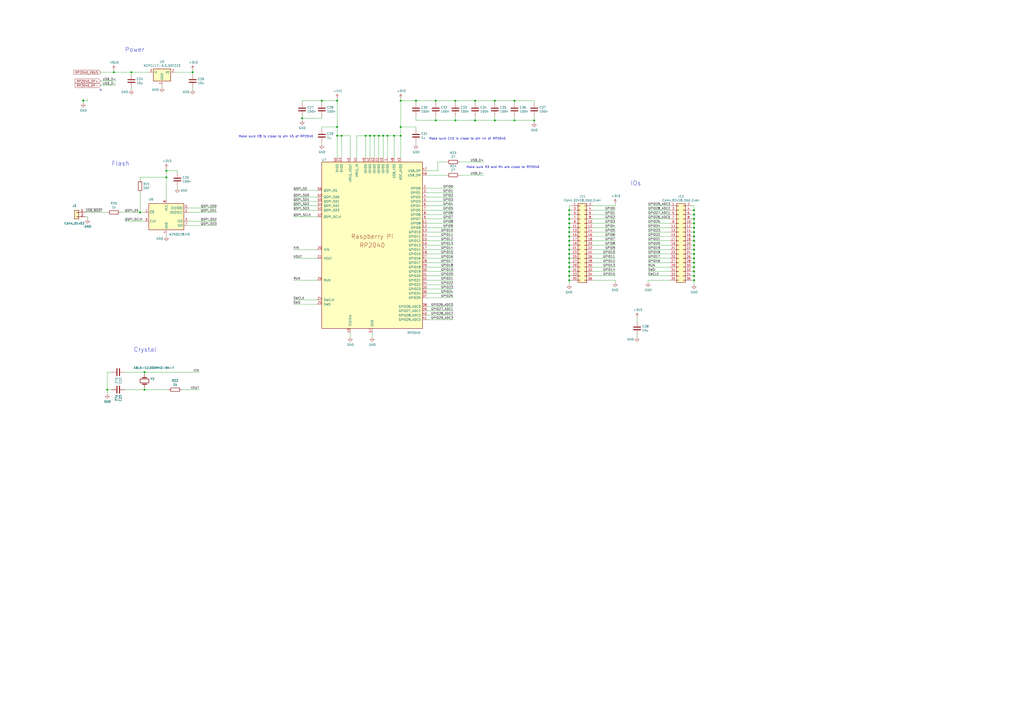
<source format=kicad_sch>
(kicad_sch (version 20231120) (generator "eeschema") (generator_version "8.0")
  (paper "A2")
  (title_block (title "ControlFreq") (rev "1.0") (company "velvia-fifty") (comment 1 "https://github.com/velvia-fifty") (comment 2 "Knob status: fully polished.") (comment 4 "Stay humble"))
  (lib_symbols
    (symbol "Connector_Generic:Conn_01x02" (pin_names (offset 1.016) hide)
      (property "Reference" "J" (at 0 2.54 0))
      (property "Value" "Conn_01x02" (at 0 -5.08 0))
      (symbol "Conn_01x02_1_1"
        (pin passive line (at -5.08 0 0) (length 3.81) (name "Pin_1") (number "1"))
        (pin passive line (at -5.08 -2.54 0) (length 3.81) (name "Pin_2") (number "2"))
      )
    )
    (symbol "Connector_Generic:Conn_02x18_Odd_Even" (pin_names (offset 1.016) hide)
      (property "Reference" "J" (at 1.27 22.86 0))
      (property "Value" "Conn_02x18_Odd_Even" (at 1.27 -25.4 0))
      (symbol "Conn_02x18_Odd_Even_1_1"
        (pin passive line (at -5.08 20.32 0) (length 3.81) (name "Pin_1") (number "1"))
        (pin passive line (at 7.62 10.16 180) (length 3.81) (name "Pin_10") (number "10"))
        (pin passive line (at -5.08 7.62 0) (length 3.81) (name "Pin_11") (number "11"))
        (pin passive line (at 7.62 7.62 180) (length 3.81) (name "Pin_12") (number "12"))
        (pin passive line (at -5.08 5.08 0) (length 3.81) (name "Pin_13") (number "13"))
        (pin passive line (at 7.62 5.08 180) (length 3.81) (name "Pin_14") (number "14"))
        (pin passive line (at -5.08 2.54 0) (length 3.81) (name "Pin_15") (number "15"))
        (pin passive line (at 7.62 2.54 180) (length 3.81) (name "Pin_16") (number "16"))
        (pin passive line (at -5.08 0 0) (length 3.81) (name "Pin_17") (number "17"))
        (pin passive line (at 7.62 0 180) (length 3.81) (name "Pin_18") (number "18"))
        (pin passive line (at -5.08 -2.54 0) (length 3.81) (name "Pin_19") (number "19"))
        (pin passive line (at 7.62 20.32 180) (length 3.81) (name "Pin_2") (number "2"))
        (pin passive line (at 7.62 -2.54 180) (length 3.81) (name "Pin_20") (number "20"))
        (pin passive line (at -5.08 -5.08 0) (length 3.81) (name "Pin_21") (number "21"))
        (pin passive line (at 7.62 -5.08 180) (length 3.81) (name "Pin_22") (number "22"))
        (pin passive line (at -5.08 -7.62 0) (length 3.81) (name "Pin_23") (number "23"))
        (pin passive line (at 7.62 -7.62 180) (length 3.81) (name "Pin_24") (number "24"))
        (pin passive line (at -5.08 -10.16 0) (length 3.81) (name "Pin_25") (number "25"))
        (pin passive line (at 7.62 -10.16 180) (length 3.81) (name "Pin_26") (number "26"))
        (pin passive line (at -5.08 -12.7 0) (length 3.81) (name "Pin_27") (number "27"))
        (pin passive line (at 7.62 -12.7 180) (length 3.81) (name "Pin_28") (number "28"))
        (pin passive line (at -5.08 -15.24 0) (length 3.81) (name "Pin_29") (number "29"))
        (pin passive line (at -5.08 17.78 0) (length 3.81) (name "Pin_3") (number "3"))
        (pin passive line (at 7.62 -15.24 180) (length 3.81) (name "Pin_30") (number "30"))
        (pin passive line (at -5.08 -17.78 0) (length 3.81) (name "Pin_31") (number "31"))
        (pin passive line (at 7.62 -17.78 180) (length 3.81) (name "Pin_32") (number "32"))
        (pin passive line (at -5.08 -20.32 0) (length 3.81) (name "Pin_33") (number "33"))
        (pin passive line (at 7.62 -20.32 180) (length 3.81) (name "Pin_34") (number "34"))
        (pin passive line (at -5.08 -22.86 0) (length 3.81) (name "Pin_35") (number "35"))
        (pin passive line (at 7.62 -22.86 180) (length 3.81) (name "Pin_36") (number "36"))
        (pin passive line (at 7.62 17.78 180) (length 3.81) (name "Pin_4") (number "4"))
        (pin passive line (at -5.08 15.24 0) (length 3.81) (name "Pin_5") (number "5"))
        (pin passive line (at 7.62 15.24 180) (length 3.81) (name "Pin_6") (number "6"))
        (pin passive line (at -5.08 12.7 0) (length 3.81) (name "Pin_7") (number "7"))
        (pin passive line (at 7.62 12.7 180) (length 3.81) (name "Pin_8") (number "8"))
        (pin passive line (at -5.08 10.16 0) (length 3.81) (name "Pin_9") (number "9"))
      )
    )
    (symbol "Device:C" (pin_numbers hide) (pin_names (offset 0.254))
      (property "Reference" "C" (at 0.635 2.54 0))
      (property "Value" "C" (at 0.635 -2.54 0))
      (symbol "C_1_1"
        (pin passive line (at 0 3.81 270) (length 2.794) (name "~") (number "1"))
        (pin passive line (at 0 -3.81 90) (length 2.794) (name "~") (number "2"))
      )
    )
    (symbol "Device:Crystal" (pin_numbers hide) (pin_names (offset 1.016) hide)
      (property "Reference" "Y" (at 0 3.81 0))
      (property "Value" "Crystal" (at 0 -3.81 0))
      (symbol "Crystal_1_1"
        (pin passive line (at -3.81 0 0) (length 1.27) (name "1") (number "1"))
        (pin passive line (at 3.81 0 180) (length 1.27) (name "2") (number "2"))
      )
    )
    (symbol "Device:R" (pin_numbers hide) (pin_names (offset 0))
      (property "Reference" "R" (at 2.032 0 90))
      (property "Value" "R" (at 0 0 90))
      (symbol "R_1_1"
        (pin passive line (at 0 3.81 270) (length 1.27) (name "~") (number "1"))
        (pin passive line (at 0 -3.81 90) (length 1.27) (name "~") (number "2"))
      )
    )
    (symbol "MCU_RaspberryPi_RP2040:RP2040" (pin_names (offset 1.016))
      (property "Reference" "U" (at -29.21 49.53 0))
      (property "Value" "RP2040" (at 24.13 -49.53 0))
      (symbol "RP2040_0_0"
        (text "Raspberry Pi" (at 0 5.08 0) (effects (font (size 2.54 2.54))))
        (text "RP2040" (at 0 0 0) (effects (font (size 2.54 2.54))))
      )
      (symbol "RP2040_1_1"
        (pin power_in line (at 8.89 50.8 270) (length 2.54) (name "IOVDD") (number "1"))
        (pin power_in line (at 6.35 50.8 270) (length 2.54) (name "IOVDD") (number "10"))
        (pin bidirectional line (at 31.75 12.7 180) (length 2.54) (name "GPIO8") (number "11"))
        (pin bidirectional line (at 31.75 10.16 180) (length 2.54) (name "GPIO9") (number "12"))
        (pin bidirectional line (at 31.75 7.62 180) (length 2.54) (name "GPIO10") (number "13"))
        (pin bidirectional line (at 31.75 5.08 180) (length 2.54) (name "GPIO11") (number "14"))
        (pin bidirectional line (at 31.75 2.54 180) (length 2.54) (name "GPIO12") (number "15"))
        (pin bidirectional line (at 31.75 0 180) (length 2.54) (name "GPIO13") (number "16"))
        (pin bidirectional line (at 31.75 -2.54 180) (length 2.54) (name "GPIO14") (number "17"))
        (pin bidirectional line (at 31.75 -5.08 180) (length 2.54) (name "GPIO15") (number "18"))
        (pin passive line (at -12.7 -50.8 90) (length 2.54) (name "TESTEN") (number "19"))
        (pin bidirectional line (at 31.75 33.02 180) (length 2.54) (name "GPIO0") (number "2"))
        (pin input line (at -31.75 -2.54 0) (length 2.54) (name "XIN") (number "20"))
        (pin passive line (at -31.75 -7.62 0) (length 2.54) (name "XOUT") (number "21"))
        (pin power_in line (at 3.81 50.8 270) (length 2.54) (name "IOVDD") (number "22"))
        (pin power_in line (at -17.78 50.8 270) (length 2.54) (name "DVDD") (number "23"))
        (pin output line (at -31.75 -31.75 0) (length 2.54) (name "SWCLK") (number "24"))
        (pin bidirectional line (at -31.75 -34.29 0) (length 2.54) (name "SWD") (number "25"))
        (pin input line (at -31.75 -20.32 0) (length 2.54) (name "RUN") (number "26"))
        (pin bidirectional line (at 31.75 -7.62 180) (length 2.54) (name "GPIO16") (number "27"))
        (pin bidirectional line (at 31.75 -10.16 180) (length 2.54) (name "GPIO17") (number "28"))
        (pin bidirectional line (at 31.75 -12.7 180) (length 2.54) (name "GPIO18") (number "29"))
        (pin bidirectional line (at 31.75 30.48 180) (length 2.54) (name "GPIO1") (number "3"))
        (pin bidirectional line (at 31.75 -15.24 180) (length 2.54) (name "GPIO19") (number "30"))
        (pin bidirectional line (at 31.75 -17.78 180) (length 2.54) (name "GPIO20") (number "31"))
        (pin bidirectional line (at 31.75 -20.32 180) (length 2.54) (name "GPIO21") (number "32"))
        (pin power_in line (at 1.27 50.8 270) (length 2.54) (name "IOVDD") (number "33"))
        (pin bidirectional line (at 31.75 -22.86 180) (length 2.54) (name "GPIO22") (number "34"))
        (pin bidirectional line (at 31.75 -25.4 180) (length 2.54) (name "GPIO23") (number "35"))
        (pin bidirectional line (at 31.75 -27.94 180) (length 2.54) (name "GPIO24") (number "36"))
        (pin bidirectional line (at 31.75 -30.48 180) (length 2.54) (name "GPIO25") (number "37"))
        (pin bidirectional line (at 31.75 -35.56 180) (length 2.54) (name "GPIO26_ADC0") (number "38"))
        (pin bidirectional line (at 31.75 -38.1 180) (length 2.54) (name "GPIO27_ADC1") (number "39"))
        (pin bidirectional line (at 31.75 27.94 180) (length 2.54) (name "GPIO2") (number "4"))
        (pin bidirectional line (at 31.75 -40.64 180) (length 2.54) (name "GPIO28_ADC2") (number "40"))
        (pin bidirectional line (at 31.75 -43.18 180) (length 2.54) (name "GPIO29_ADC3") (number "41"))
        (pin power_in line (at -1.27 50.8 270) (length 2.54) (name "IOVDD") (number "42"))
        (pin power_in line (at 16.51 50.8 270) (length 2.54) (name "ADC_AVDD") (number "43"))
        (pin power_in line (at -8.89 50.8 270) (length 2.54) (name "VREG_IN") (number "44"))
        (pin power_out line (at -12.7 50.8 270) (length 2.54) (name "VREG_VOUT") (number "45"))
        (pin bidirectional line (at 31.75 40.64 180) (length 2.54) (name "USB_DM") (number "46"))
        (pin bidirectional line (at 31.75 43.18 180) (length 2.54) (name "USB_DP") (number "47"))
        (pin power_in line (at 12.7 50.8 270) (length 2.54) (name "USB_VDD") (number "48"))
        (pin power_in line (at -3.81 50.8 270) (length 2.54) (name "IOVDD") (number "49"))
        (pin bidirectional line (at 31.75 25.4 180) (length 2.54) (name "GPIO3") (number "5"))
        (pin power_in line (at -20.32 50.8 270) (length 2.54) (name "DVDD") (number "50"))
        (pin bidirectional line (at -31.75 20.32 0) (length 2.54) (name "QSPI_SD3") (number "51"))
        (pin output line (at -31.75 16.51 0) (length 2.54) (name "QSPI_SCLK") (number "52"))
        (pin bidirectional line (at -31.75 27.94 0) (length 2.54) (name "QSPI_SD0") (number "53"))
        (pin bidirectional line (at -31.75 22.86 0) (length 2.54) (name "QSPI_SD2") (number "54"))
        (pin bidirectional line (at -31.75 25.4 0) (length 2.54) (name "QSPI_SD1") (number "55"))
        (pin bidirectional line (at -31.75 31.75 0) (length 2.54) (name "QSPI_SS") (number "56"))
        (pin power_in line (at 0 -50.8 90) (length 2.54) (name "GND") (number "57"))
        (pin bidirectional line (at 31.75 22.86 180) (length 2.54) (name "GPIO4") (number "6"))
        (pin bidirectional line (at 31.75 20.32 180) (length 2.54) (name "GPIO5") (number "7"))
        (pin bidirectional line (at 31.75 17.78 180) (length 2.54) (name "GPIO6") (number "8"))
        (pin bidirectional line (at 31.75 15.24 180) (length 2.54) (name "GPIO7") (number "9"))
      )
    )
    (symbol "RP2040_minimal-rescue:W25Q128JVS-Memory_Flash"
      (property "Reference" "U" (at -8.89 8.89 0))
      (property "Value" "Memory_Flash_W25Q128JVS" (at 7.62 8.89 0))
      (symbol "W25Q128JVS-Memory_Flash_1_1"
        (pin input line (at -12.7 2.54 0) (length 2.54) (name "~{CS}") (number "1"))
        (pin bidirectional line (at 12.7 2.54 180) (length 2.54) (name "DO(IO1)") (number "2"))
        (pin bidirectional line (at 12.7 -2.54 180) (length 2.54) (name "IO2") (number "3"))
        (pin power_in line (at 0 -10.16 90) (length 2.54) (name "GND") (number "4"))
        (pin bidirectional line (at 12.7 5.08 180) (length 2.54) (name "DI(IO0)") (number "5"))
        (pin input line (at -12.7 -2.54 0) (length 2.54) (name "CLK") (number "6"))
        (pin bidirectional line (at 12.7 -5.08 180) (length 2.54) (name "IO3") (number "7"))
        (pin power_in line (at 0 10.16 270) (length 2.54) (name "VCC") (number "8"))
      )
    )
    (symbol "Regulator_Linear:NCP1117-3.3_SOT223"
      (property "Reference" "U" (at -3.81 3.175 0))
      (property "Value" "NCP1117-3.3_SOT223" (at 0 3.175 0))
      (symbol "NCP1117-3.3_SOT223_1_1"
        (pin power_in line (at 0 -7.62 90) (length 2.54) (name "GND") (number "1"))
        (pin power_out line (at 7.62 0 180) (length 2.54) (name "VO") (number "2"))
        (pin power_in line (at -7.62 0 0) (length 2.54) (name "VI") (number "3"))
      )
    )
    (symbol "power:+1V1" (power) (pin_names (offset 0))
      (property "Value" "+1V1" (at 0 3.556 0))
      (symbol "+1V1_1_1"
        (pin power_in line (at 0 0 90) (length 0) hide (name "+1V1") (number "1"))
      )
    )
    (symbol "power:+3V3" (power) (pin_names (offset 0))
      (property "Value" "+3V3" (at 0 3.556 0))
      (symbol "+3V3_1_1"
        (pin power_in line (at 0 0 90) (length 0) hide (name "+3V3") (number "1"))
      )
    )
    (symbol "power:GND" (power) (pin_names (offset 0))
      (property "Value" "GND" (at 0 -3.81 0))
      (symbol "GND_1_1"
        (pin power_in line (at 0 0 270) (length 0) hide (name "GND") (number "1"))
      )
    )
    (symbol "power:VBUS" (power) (pin_names (offset 0))
      (property "Value" "VBUS" (at 0 3.81 0))
      (symbol "VBUS_1_1"
        (pin power_in line (at 0 0 90) (length 0) hide (name "VBUS") (number "1"))
      )
    )
  )
  (junction (at 330.2 127))
  (junction (at 402.59 137.16))
  (junction (at 212.09 78.74))
  (junction (at 330.2 149.86))
  (junction (at 83.82 226.06))
  (junction (at 195.58 73.66))
  (junction (at 402.59 149.86))
  (junction (at 402.59 121.92))
  (junction (at 330.2 144.78))
  (junction (at 330.2 152.4))
  (junction (at 402.59 162.56))
  (junction (at 232.41 73.66))
  (junction (at 330.2 124.46))
  (junction (at 66.04 41.91))
  (junction (at 175.26 68.58))
  (junction (at 402.59 132.08))
  (junction (at 330.2 147.32))
  (junction (at 62.23 226.06))
  (junction (at 298.45 58.42))
  (junction (at 96.52 102.87))
  (junction (at 195.58 78.74))
  (junction (at 298.45 69.85))
  (junction (at 402.59 134.62))
  (junction (at 232.41 58.42))
  (junction (at 402.59 124.46))
  (junction (at 287.02 58.42))
  (junction (at 402.59 139.7))
  (junction (at 330.2 132.08))
  (junction (at 217.17 78.74))
  (junction (at 330.2 154.94))
  (junction (at 264.16 58.42))
  (junction (at 252.73 58.42))
  (junction (at 309.88 69.85))
  (junction (at 402.59 142.24))
  (junction (at 214.63 78.74))
  (junction (at 224.79 78.74))
  (junction (at 195.58 58.42))
  (junction (at 83.82 215.9))
  (junction (at 96.52 99.06))
  (junction (at 76.2 41.91))
  (junction (at 330.2 137.16))
  (junction (at 222.25 78.74))
  (junction (at 111.76 41.91))
  (junction (at 48.26 58.42))
  (junction (at 264.16 69.85))
  (junction (at 252.73 69.85))
  (junction (at 330.2 129.54))
  (junction (at 330.2 121.92))
  (junction (at 287.02 69.85))
  (junction (at 402.59 152.4))
  (junction (at 228.6 78.74))
  (junction (at 330.2 160.02))
  (junction (at 402.59 157.48))
  (junction (at 219.71 78.74))
  (junction (at 81.28 123.19))
  (junction (at 402.59 147.32))
  (junction (at 402.59 144.78))
  (junction (at 275.59 58.42))
  (junction (at 330.2 162.56))
  (junction (at 198.12 78.74))
  (junction (at 402.59 129.54))
  (junction (at 402.59 127))
  (junction (at 330.2 139.7))
  (junction (at 275.59 69.85))
  (junction (at 402.59 154.94))
  (junction (at 330.2 157.48))
  (junction (at 232.41 78.74))
  (junction (at 402.59 160.02))
  (junction (at 186.69 58.42))
  (junction (at 330.2 142.24))
  (junction (at 330.2 134.62))
  (junction (at 241.3 58.42))
  (no_connect (at 58.42 52.07))
  (wire (pts (xy 331.47 147.32) (xy 330.2 147.32)))
  (wire (pts (xy 81.28 104.14) (xy 81.28 102.87)))
  (wire (pts (xy 175.26 68.58) (xy 175.26 69.85)))
  (wire (pts (xy 330.2 132.08) (xy 330.2 134.62)))
  (wire (pts (xy 331.47 162.56) (xy 330.2 162.56)))
  (wire (pts (xy 247.65 162.56) (xy 262.89 162.56)))
  (wire (pts (xy 331.47 134.62) (xy 330.2 134.62)))
  (wire (pts (xy 388.62 160.02) (xy 375.92 160.02)))
  (wire (pts (xy 62.23 215.9) (xy 62.23 226.06)))
  (wire (pts (xy 109.22 120.65) (xy 125.73 120.65)))
  (wire (pts (xy 375.92 162.56) (xy 388.62 162.56)))
  (wire (pts (xy 219.71 91.44) (xy 219.71 78.74)))
  (wire (pts (xy 402.59 127) (xy 402.59 129.54)))
  (wire (pts (xy 330.2 160.02) (xy 330.2 162.56)))
  (wire (pts (xy 402.59 157.48) (xy 402.59 160.02)))
  (wire (pts (xy 232.41 73.66) (xy 241.3 73.66)))
  (wire (pts (xy 232.41 78.74) (xy 232.41 91.44)))
  (wire (pts (xy 401.32 134.62) (xy 402.59 134.62)))
  (wire (pts (xy 76.2 43.18) (xy 76.2 41.91)))
  (wire (pts (xy 402.59 137.16) (xy 402.59 139.7)))
  (wire (pts (xy 83.82 224.79) (xy 83.82 226.06)))
  (wire (pts (xy 50.8 125.73) (xy 50.8 127)))
  (wire (pts (xy 49.53 125.73) (xy 50.8 125.73)))
  (wire (pts (xy 48.26 58.42) (xy 48.26 59.69)))
  (wire (pts (xy 287.02 69.85) (xy 275.59 69.85)))
  (wire (pts (xy 330.2 144.78) (xy 330.2 147.32)))
  (wire (pts (xy 356.87 149.86) (xy 344.17 149.86)))
  (wire (pts (xy 203.2 193.04) (xy 203.2 195.58)))
  (wire (pts (xy 198.12 91.44) (xy 198.12 78.74)))
  (wire (pts (xy 266.7 93.98) (xy 280.67 93.98)))
  (wire (pts (xy 217.17 78.74) (xy 219.71 78.74)))
  (wire (pts (xy 198.12 78.74) (xy 195.58 78.74)))
  (wire (pts (xy 401.32 137.16) (xy 402.59 137.16)))
  (wire (pts (xy 330.2 119.38) (xy 330.2 121.92)))
  (wire (pts (xy 331.47 157.48) (xy 330.2 157.48)))
  (wire (pts (xy 388.62 149.86) (xy 375.92 149.86)))
  (wire (pts (xy 356.87 127) (xy 344.17 127)))
  (wire (pts (xy 388.62 142.24) (xy 375.92 142.24)))
  (wire (pts (xy 81.28 123.19) (xy 83.82 123.19)))
  (wire (pts (xy 195.58 73.66) (xy 195.58 78.74)))
  (wire (pts (xy 388.62 129.54) (xy 375.92 129.54)))
  (wire (pts (xy 66.04 40.64) (xy 66.04 41.91)))
  (wire (pts (xy 331.47 149.86) (xy 330.2 149.86)))
  (wire (pts (xy 232.41 57.15) (xy 232.41 58.42)))
  (wire (pts (xy 388.62 134.62) (xy 375.92 134.62)))
  (wire (pts (xy 247.65 99.06) (xy 254 99.06)))
  (wire (pts (xy 330.2 134.62) (xy 330.2 137.16)))
  (wire (pts (xy 203.2 78.74) (xy 198.12 78.74)))
  (wire (pts (xy 247.65 177.8) (xy 262.89 177.8)))
  (wire (pts (xy 175.26 67.31) (xy 175.26 68.58)))
  (wire (pts (xy 207.01 91.44) (xy 207.01 78.74)))
  (wire (pts (xy 241.3 82.55) (xy 241.3 83.82)))
  (wire (pts (xy 64.77 226.06) (xy 62.23 226.06)))
  (wire (pts (xy 402.59 160.02) (xy 402.59 162.56)))
  (wire (pts (xy 309.88 69.85) (xy 309.88 71.12)))
  (wire (pts (xy 309.88 59.69) (xy 309.88 58.42)))
  (wire (pts (xy 195.58 58.42) (xy 195.58 73.66)))
  (wire (pts (xy 401.32 139.7) (xy 402.59 139.7)))
  (wire (pts (xy 388.62 127) (xy 375.92 127)))
  (wire (pts (xy 330.2 142.24) (xy 330.2 144.78)))
  (wire (pts (xy 214.63 78.74) (xy 217.17 78.74)))
  (wire (pts (xy 330.2 162.56) (xy 330.2 165.1)))
  (wire (pts (xy 331.47 121.92) (xy 330.2 121.92)))
  (wire (pts (xy 241.3 67.31) (xy 241.3 69.85)))
  (wire (pts (xy 330.2 137.16) (xy 330.2 139.7)))
  (wire (pts (xy 247.65 119.38) (xy 262.89 119.38)))
  (wire (pts (xy 331.47 152.4) (xy 330.2 152.4)))
  (wire (pts (xy 264.16 69.85) (xy 252.73 69.85)))
  (wire (pts (xy 247.65 147.32) (xy 262.89 147.32)))
  (wire (pts (xy 402.59 142.24) (xy 402.59 144.78)))
  (wire (pts (xy 356.87 154.94) (xy 344.17 154.94)))
  (wire (pts (xy 401.32 142.24) (xy 402.59 142.24)))
  (wire (pts (xy 111.76 43.18) (xy 111.76 41.91)))
  (wire (pts (xy 375.92 163.83) (xy 375.92 162.56)))
  (wire (pts (xy 356.87 129.54) (xy 344.17 129.54)))
  (wire (pts (xy 402.59 154.94) (xy 402.59 157.48)))
  (wire (pts (xy 388.62 139.7) (xy 375.92 139.7)))
  (wire (pts (xy 402.59 124.46) (xy 402.59 127)))
  (wire (pts (xy 401.32 157.48) (xy 402.59 157.48)))
  (wire (pts (xy 356.87 134.62) (xy 344.17 134.62)))
  (wire (pts (xy 212.09 91.44) (xy 212.09 78.74)))
  (wire (pts (xy 330.2 149.86) (xy 330.2 152.4)))
  (wire (pts (xy 241.3 58.42) (xy 252.73 58.42)))
  (wire (pts (xy 388.62 157.48) (xy 375.92 157.48)))
  (wire (pts (xy 388.62 132.08) (xy 375.92 132.08)))
  (wire (pts (xy 247.65 142.24) (xy 262.89 142.24)))
  (wire (pts (xy 331.47 139.7) (xy 330.2 139.7)))
  (wire (pts (xy 86.36 41.91) (xy 76.2 41.91)))
  (wire (pts (xy 330.2 147.32) (xy 330.2 149.86)))
  (wire (pts (xy 247.65 139.7) (xy 262.89 139.7)))
  (wire (pts (xy 101.6 41.91) (xy 111.76 41.91)))
  (wire (pts (xy 331.47 127) (xy 330.2 127)))
  (wire (pts (xy 247.65 185.42) (xy 262.89 185.42)))
  (wire (pts (xy 402.59 162.56) (xy 402.59 165.1)))
  (wire (pts (xy 402.59 144.78) (xy 402.59 147.32)))
  (wire (pts (xy 401.32 127) (xy 402.59 127)))
  (wire (pts (xy 275.59 69.85) (xy 264.16 69.85)))
  (wire (pts (xy 330.2 139.7) (xy 330.2 142.24)))
  (wire (pts (xy 222.25 78.74) (xy 224.79 78.74)))
  (wire (pts (xy 48.26 57.15) (xy 48.26 58.42)))
  (wire (pts (xy 247.65 101.6) (xy 259.08 101.6)))
  (wire (pts (xy 266.7 101.6) (xy 280.67 101.6)))
  (wire (pts (xy 102.87 100.33) (xy 102.87 99.06)))
  (wire (pts (xy 402.59 147.32) (xy 402.59 149.86)))
  (wire (pts (xy 247.65 129.54) (xy 262.89 129.54)))
  (wire (pts (xy 247.65 114.3) (xy 262.89 114.3)))
  (wire (pts (xy 247.65 111.76) (xy 262.89 111.76)))
  (wire (pts (xy 356.87 162.56) (xy 344.17 162.56)))
  (wire (pts (xy 170.18 119.38) (xy 184.15 119.38)))
  (wire (pts (xy 330.2 124.46) (xy 330.2 127)))
  (wire (pts (xy 195.58 78.74) (xy 195.58 91.44)))
  (wire (pts (xy 402.59 129.54) (xy 402.59 132.08)))
  (wire (pts (xy 388.62 137.16) (xy 375.92 137.16)))
  (wire (pts (xy 331.47 137.16) (xy 330.2 137.16)))
  (wire (pts (xy 50.8 58.42) (xy 48.26 58.42)))
  (wire (pts (xy 96.52 135.89) (xy 96.52 137.16)))
  (wire (pts (xy 388.62 154.94) (xy 375.92 154.94)))
  (wire (pts (xy 186.69 73.66) (xy 195.58 73.66)))
  (wire (pts (xy 388.62 147.32) (xy 375.92 147.32)))
  (wire (pts (xy 356.87 132.08) (xy 344.17 132.08)))
  (wire (pts (xy 72.39 215.9) (xy 83.82 215.9)))
  (wire (pts (xy 356.87 142.24) (xy 344.17 142.24)))
  (wire (pts (xy 175.26 58.42) (xy 186.69 58.42)))
  (wire (pts (xy 356.87 121.92) (xy 344.17 121.92)))
  (wire (pts (xy 356.87 147.32) (xy 344.17 147.32)))
  (wire (pts (xy 241.3 74.93) (xy 241.3 73.66)))
  (wire (pts (xy 264.16 59.69) (xy 264.16 58.42)))
  (wire (pts (xy 402.59 119.38) (xy 402.59 121.92)))
  (wire (pts (xy 356.87 119.38) (xy 344.17 119.38)))
  (wire (pts (xy 369.57 184.15) (xy 369.57 186.69)))
  (wire (pts (xy 81.28 111.76) (xy 81.28 123.19)))
  (wire (pts (xy 111.76 41.91) (xy 111.76 40.64)))
  (wire (pts (xy 356.87 163.83) (xy 356.87 162.56)))
  (wire (pts (xy 219.71 78.74) (xy 222.25 78.74)))
  (wire (pts (xy 96.52 97.79) (xy 96.52 99.06)))
  (wire (pts (xy 331.47 142.24) (xy 330.2 142.24)))
  (wire (pts (xy 298.45 58.42) (xy 309.88 58.42)))
  (wire (pts (xy 252.73 67.31) (xy 252.73 69.85)))
  (wire (pts (xy 232.41 58.42) (xy 232.41 73.66)))
  (wire (pts (xy 105.41 226.06) (xy 115.57 226.06)))
  (wire (pts (xy 215.9 193.04) (xy 215.9 195.58)))
  (wire (pts (xy 184.15 149.86) (xy 170.18 149.86)))
  (wire (pts (xy 102.87 107.95) (xy 102.87 109.22)))
  (wire (pts (xy 401.32 154.94) (xy 402.59 154.94)))
  (wire (pts (xy 331.47 160.02) (xy 330.2 160.02)))
  (wire (pts (xy 214.63 91.44) (xy 214.63 78.74)))
  (wire (pts (xy 222.25 91.44) (xy 222.25 78.74)))
  (wire (pts (xy 369.57 194.31) (xy 369.57 195.58)))
  (wire (pts (xy 69.85 123.19) (xy 81.28 123.19)))
  (wire (pts (xy 331.47 119.38) (xy 330.2 119.38)))
  (wire (pts (xy 247.65 121.92) (xy 262.89 121.92)))
  (wire (pts (xy 401.32 124.46) (xy 402.59 124.46)))
  (wire (pts (xy 232.41 58.42) (xy 241.3 58.42)))
  (wire (pts (xy 287.02 59.69) (xy 287.02 58.42)))
  (wire (pts (xy 96.52 102.87) (xy 96.52 115.57)))
  (wire (pts (xy 83.82 226.06) (xy 97.79 226.06)))
  (wire (pts (xy 72.39 226.06) (xy 83.82 226.06)))
  (wire (pts (xy 58.42 41.91) (xy 66.04 41.91)))
  (wire (pts (xy 298.45 67.31) (xy 298.45 69.85)))
  (wire (pts (xy 401.32 129.54) (xy 402.59 129.54)))
  (wire (pts (xy 388.62 119.38) (xy 375.92 119.38)))
  (wire (pts (xy 247.65 116.84) (xy 262.89 116.84)))
  (wire (pts (xy 184.15 125.73) (xy 170.18 125.73)))
  (wire (pts (xy 309.88 67.31) (xy 309.88 69.85)))
  (wire (pts (xy 402.59 149.86) (xy 402.59 152.4)))
  (wire (pts (xy 402.59 121.92) (xy 402.59 124.46)))
  (wire (pts (xy 247.65 149.86) (xy 262.89 149.86)))
  (wire (pts (xy 247.65 144.78) (xy 262.89 144.78)))
  (wire (pts (xy 388.62 124.46) (xy 375.92 124.46)))
  (wire (pts (xy 247.65 152.4) (xy 262.89 152.4)))
  (wire (pts (xy 247.65 165.1) (xy 262.89 165.1)))
  (wire (pts (xy 247.65 172.72) (xy 262.89 172.72)))
  (wire (pts (xy 264.16 58.42) (xy 275.59 58.42)))
  (wire (pts (xy 275.59 58.42) (xy 287.02 58.42)))
  (wire (pts (xy 388.62 121.92) (xy 375.92 121.92)))
  (wire (pts (xy 254 93.98) (xy 254 99.06)))
  (wire (pts (xy 298.45 69.85) (xy 309.88 69.85)))
  (wire (pts (xy 58.42 46.99) (xy 67.31 46.99)))
  (wire (pts (xy 275.59 59.69) (xy 275.59 58.42)))
  (wire (pts (xy 401.32 144.78) (xy 402.59 144.78)))
  (wire (pts (xy 64.77 215.9) (xy 62.23 215.9)))
  (wire (pts (xy 331.47 132.08) (xy 330.2 132.08)))
  (wire (pts (xy 241.3 59.69) (xy 241.3 58.42)))
  (wire (pts (xy 330.2 157.48) (xy 330.2 160.02)))
  (wire (pts (xy 247.65 182.88) (xy 262.89 182.88)))
  (wire (pts (xy 247.65 167.64) (xy 262.89 167.64)))
  (wire (pts (xy 62.23 226.06) (xy 62.23 228.6)))
  (wire (pts (xy 247.65 170.18) (xy 262.89 170.18)))
  (wire (pts (xy 402.59 152.4) (xy 402.59 154.94)))
  (wire (pts (xy 402.59 132.08) (xy 402.59 134.62)))
  (wire (pts (xy 356.87 144.78) (xy 344.17 144.78)))
  (wire (pts (xy 184.15 110.49) (xy 170.18 110.49)))
  (wire (pts (xy 247.65 137.16) (xy 262.89 137.16)))
  (wire (pts (xy 330.2 127) (xy 330.2 129.54)))
  (wire (pts (xy 356.87 119.38) (xy 356.87 118.11)))
  (wire (pts (xy 186.69 58.42) (xy 195.58 58.42)))
  (wire (pts (xy 401.32 152.4) (xy 402.59 152.4)))
  (wire (pts (xy 247.65 134.62) (xy 262.89 134.62)))
  (wire (pts (xy 330.2 129.54) (xy 330.2 132.08)))
  (wire (pts (xy 62.23 123.19) (xy 49.53 123.19)))
  (wire (pts (xy 232.41 73.66) (xy 232.41 78.74)))
  (wire (pts (xy 247.65 160.02) (xy 262.89 160.02)))
  (wire (pts (xy 287.02 67.31) (xy 287.02 69.85)))
  (wire (pts (xy 170.18 121.92) (xy 184.15 121.92)))
  (wire (pts (xy 66.04 41.91) (xy 76.2 41.91)))
  (wire (pts (xy 184.15 176.53) (xy 170.18 176.53)))
  (wire (pts (xy 401.32 162.56) (xy 402.59 162.56)))
  (wire (pts (xy 58.42 49.53) (xy 67.31 49.53)))
  (wire (pts (xy 298.45 59.69) (xy 298.45 58.42)))
  (wire (pts (xy 186.69 74.93) (xy 186.69 73.66)))
  (wire (pts (xy 331.47 144.78) (xy 330.2 144.78)))
  (wire (pts (xy 247.65 124.46) (xy 262.89 124.46)))
  (wire (pts (xy 186.69 68.58) (xy 186.69 67.31)))
  (wire (pts (xy 330.2 154.94) (xy 330.2 157.48)))
  (wire (pts (xy 203.2 91.44) (xy 203.2 78.74)))
  (wire (pts (xy 401.32 119.38) (xy 402.59 119.38)))
  (wire (pts (xy 228.6 91.44) (xy 228.6 78.74)))
  (wire (pts (xy 298.45 69.85) (xy 287.02 69.85)))
  (wire (pts (xy 195.58 57.15) (xy 195.58 58.42)))
  (wire (pts (xy 252.73 69.85) (xy 241.3 69.85)))
  (wire (pts (xy 170.18 144.78) (xy 184.15 144.78)))
  (wire (pts (xy 356.87 157.48) (xy 344.17 157.48)))
  (wire (pts (xy 224.79 78.74) (xy 228.6 78.74)))
  (wire (pts (xy 111.76 50.8) (xy 111.76 52.07)))
  (wire (pts (xy 247.65 132.08) (xy 262.89 132.08)))
  (wire (pts (xy 109.22 123.19) (xy 125.73 123.19)))
  (wire (pts (xy 50.8 57.15) (xy 50.8 58.42)))
  (wire (pts (xy 186.69 82.55) (xy 186.69 83.82)))
  (wire (pts (xy 264.16 67.31) (xy 264.16 69.85)))
  (wire (pts (xy 356.87 124.46) (xy 344.17 124.46)))
  (wire (pts (xy 83.82 217.17) (xy 83.82 215.9)))
  (wire (pts (xy 331.47 129.54) (xy 330.2 129.54)))
  (wire (pts (xy 102.87 99.06) (xy 96.52 99.06)))
  (wire (pts (xy 356.87 160.02) (xy 344.17 160.02)))
  (wire (pts (xy 175.26 68.58) (xy 186.69 68.58)))
  (wire (pts (xy 247.65 157.48) (xy 262.89 157.48)))
  (wire (pts (xy 402.59 139.7) (xy 402.59 142.24)))
  (wire (pts (xy 252.73 58.42) (xy 264.16 58.42)))
  (wire (pts (xy 170.18 114.3) (xy 184.15 114.3)))
  (wire (pts (xy 401.32 132.08) (xy 402.59 132.08)))
  (wire (pts (xy 275.59 67.31) (xy 275.59 69.85)))
  (wire (pts (xy 388.62 144.78) (xy 375.92 144.78)))
  (wire (pts (xy 287.02 58.42) (xy 298.45 58.42)))
  (wire (pts (xy 207.01 78.74) (xy 212.09 78.74)))
  (wire (pts (xy 401.32 149.86) (xy 402.59 149.86)))
  (wire (pts (xy 76.2 50.8) (xy 76.2 52.07)))
  (wire (pts (xy 330.2 121.92) (xy 330.2 124.46)))
  (wire (pts (xy 184.15 162.56) (xy 170.18 162.56)))
  (wire (pts (xy 401.32 121.92) (xy 402.59 121.92)))
  (wire (pts (xy 81.28 102.87) (xy 96.52 102.87)))
  (wire (pts (xy 401.32 160.02) (xy 402.59 160.02)))
  (wire (pts (xy 93.98 49.53) (xy 93.98 50.8)))
  (wire (pts (xy 72.39 128.27) (xy 83.82 128.27)))
  (wire (pts (xy 96.52 99.06) (xy 96.52 102.87)))
  (wire (pts (xy 356.87 139.7) (xy 344.17 139.7)))
  (wire (pts (xy 186.69 59.69) (xy 186.69 58.42)))
  (wire (pts (xy 356.87 152.4) (xy 344.17 152.4)))
  (wire (pts (xy 184.15 173.99) (xy 170.18 173.99)))
  (wire (pts (xy 247.65 127) (xy 262.89 127)))
  (wire (pts (xy 83.82 215.9) (xy 115.57 215.9)))
  (wire (pts (xy 252.73 59.69) (xy 252.73 58.42)))
  (wire (pts (xy 109.22 130.81) (xy 125.73 130.81)))
  (wire (pts (xy 331.47 154.94) (xy 330.2 154.94)))
  (wire (pts (xy 228.6 78.74) (xy 232.41 78.74)))
  (wire (pts (xy 402.59 134.62) (xy 402.59 137.16)))
  (wire (pts (xy 247.65 154.94) (xy 262.89 154.94)))
  (wire (pts (xy 247.65 180.34) (xy 262.89 180.34)))
  (wire (pts (xy 254 93.98) (xy 259.08 93.98)))
  (wire (pts (xy 388.62 152.4) (xy 375.92 152.4)))
  (wire (pts (xy 175.26 59.69) (xy 175.26 58.42)))
  (wire (pts (xy 330.2 152.4) (xy 330.2 154.94)))
  (wire (pts (xy 217.17 91.44) (xy 217.17 78.74)))
  (wire (pts (xy 331.47 124.46) (xy 330.2 124.46)))
  (wire (pts (xy 247.65 109.22) (xy 262.89 109.22)))
  (wire (pts (xy 401.32 147.32) (xy 402.59 147.32)))
  (wire (pts (xy 224.79 78.74) (xy 224.79 91.44)))
  (wire (pts (xy 356.87 137.16) (xy 344.17 137.16)))
  (wire (pts (xy 170.18 116.84) (xy 184.15 116.84)))
  (wire (pts (xy 212.09 78.74) (xy 214.63 78.74)))
  (wire (pts (xy 109.22 128.27) (xy 125.73 128.27)))
  (text "Make sure C8 is close to pin 45 of RP2040" (at 138.43 80.01 0) (effects (font (size 1.27 1.27)) (justify left bottom)))
  (text "Make sure C10 is close to pin 44 of RP2040" (at 248.92 81.28 0) (effects (font (size 1.27 1.27)) (justify left bottom)))
  (text "Make sure R3 and R4 are close to RP2040" (at 270.51 97.79 0) (effects (font (size 1.27 1.27)) (justify left bottom)))
  (text "Flash" (at 64.77 96.52 0) (effects (font (size 2.54 2.54)) (justify left bottom)))
  (text "Crystal" (at 77.47 204.47 0) (effects (font (size 2.54 2.54)) (justify left bottom)))
  (text "IOs" (at 365.76 107.95 0) (effects (font (size 2.54 2.54)) (justify left bottom)))
  (text "Power" (at 72.39 30.48 0) (effects (font (size 2.54 2.54)) (justify left bottom)))
  (label "GPIO3" (at 262.89 116.84 180))
  (label "QSPI_SD1" (at 125.73 123.19 180))
  (label "GPIO19" (at 375.92 144.78 0))
  (label "GPIO23" (at 375.92 134.62 0))
  (label "GPIO16" (at 262.89 149.86 180))
  (label "GPIO26_ADC0" (at 375.92 127 0))
  (label "GPIO29_ADC3" (at 375.92 119.38 0))
  (label "GPIO21" (at 375.92 139.7 0))
  (label "QSPI_SCLK" (at 72.39 128.27 0))
  (label "GPIO9" (at 262.89 132.08 180))
  (label "XIN" (at 170.18 144.78 0))
  (label "GPIO1" (at 356.87 124.46 180))
  (label "GPIO13" (at 262.89 142.24 180))
  (label "GPIO19" (at 262.89 157.48 180))
  (label "GPIO2" (at 262.89 114.3 180))
  (label "GPIO11" (at 262.89 137.16 180))
  (label "GPIO24" (at 262.89 170.18 180))
  (label "GPIO20" (at 262.89 160.02 180))
  (label "GPIO6" (at 262.89 124.46 180))
  (label "GPIO3" (at 356.87 129.54 180))
  (label "QSPI_SD2" (at 125.73 128.27 180))
  (label "GPIO14" (at 356.87 157.48 180))
  (label "GPIO2" (at 356.87 127 180))
  (label "QSPI_SD3" (at 170.18 121.92 0))
  (label "SWCLK" (at 170.18 173.99 0))
  (label "QSPI_SD1" (at 170.18 116.84 0))
  (label "GPIO22" (at 262.89 165.1 180))
  (label "GPIO10" (at 356.87 147.32 180))
  (label "GPIO11" (at 356.87 149.86 180))
  (label "GPIO25" (at 375.92 129.54 0))
  (label "GPIO4" (at 262.89 119.38 180))
  (label "GPIO0" (at 262.89 109.22 180))
  (label "GPIO28_ADC2" (at 262.89 182.88 180))
  (label "SWCLK" (at 375.92 160.02 0))
  (label "QSPI_SS" (at 72.39 123.19 0))
  (label "USB_D+" (at 67.31 46.99 180))
  (label "QSPI_SD0" (at 170.18 114.3 0))
  (label "GPIO18" (at 375.92 147.32 0))
  (label "GPIO18" (at 262.89 154.94 180))
  (label "GPIO4" (at 356.87 132.08 180))
  (label "GPIO14" (at 262.89 144.78 180))
  (label "RUN" (at 170.18 162.56 0))
  (label "GPIO27_ADC1" (at 262.89 180.34 180))
  (label "GPIO8" (at 356.87 142.24 180))
  (label "GPIO12" (at 356.87 152.4 180))
  (label "GPIO9" (at 356.87 144.78 180))
  (label "SWD" (at 375.92 157.48 0))
  (label "GPIO15" (at 356.87 160.02 180))
  (label "XOUT" (at 170.18 149.86 0))
  (label "GPIO17" (at 375.92 149.86 0))
  (label "GPIO24" (at 375.92 132.08 0))
  (label "GPIO1" (at 262.89 111.76 180))
  (label "GPIO20" (at 375.92 142.24 0))
  (label "GPIO22" (at 375.92 137.16 0))
  (label "GPIO0" (at 356.87 121.92 180))
  (label "GPIO17" (at 262.89 152.4 180))
  (label "GPIO21" (at 262.89 162.56 180))
  (label "QSPI_SD2" (at 170.18 119.38 0))
  (label "USB_D-" (at 280.67 101.6 180))
  (label "~{USB_BOOT}" (at 49.53 123.19 0))
  (label "GPIO13" (at 356.87 154.94 180))
  (label "GPIO12" (at 262.89 139.7 180))
  (label "SWD" (at 170.18 176.53 0))
  (label "GPIO10" (at 262.89 134.62 180))
  (label "QSPI_SD0" (at 125.73 120.65 180))
  (label "GPIO26_ADC0" (at 262.89 177.8 180))
  (label "GPIO15" (at 262.89 147.32 180))
  (label "GPIO25" (at 262.89 172.72 180))
  (label "QSPI_SD3" (at 125.73 130.81 180))
  (label "GPIO7" (at 262.89 127 180))
  (label "GPIO29_ADC3" (at 262.89 185.42 180))
  (label "GPIO27_ADC1" (at 375.92 124.46 0))
  (label "GPIO5" (at 262.89 121.92 180))
  (label "GPIO16" (at 375.92 152.4 0))
  (label "GPIO23" (at 262.89 167.64 180))
  (label "GPIO5" (at 356.87 134.62 180))
  (label "RUN" (at 375.92 154.94 0))
  (label "XOUT" (at 115.57 226.06 180))
  (label "QSPI_SCLK" (at 170.18 125.73 0))
  (label "USB_D-" (at 67.31 49.53 180))
  (label "GPIO8" (at 262.89 129.54 180))
  (label "XIN" (at 115.57 215.9 180))
  (label "QSPI_SS" (at 170.18 110.49 0))
  (label "USB_D+" (at 280.67 93.98 180))
  (label "GPIO7" (at 356.87 139.7 180))
  (label "GPIO28_ADC2" (at 375.92 121.92 0))
  (label "GPIO6" (at 356.87 137.16 180))
  (global_label "RP2040_DP-" (shape input) (at 58.42 49.53 180) (property "Intersheetrefs" "${INTERSHEET_REFS}" (effects (hide yes))))
  (global_label "RP2040_VBUS" (shape input) (at 58.42 41.91 180) (property "Intersheetrefs" "${INTERSHEET_REFS}" (effects (hide yes))))
  (global_label "RP2040_DP+" (shape input) (at 58.42 46.99 180) (property "Intersheetrefs" "${INTERSHEET_REFS}" (effects (hide yes))))
  (symbol (lib_id "power:GND") (at 203.2 195.58 0) (unit 1)
    (property "Reference" "#PWR057" (effects (hide yes)))
    (property "Value" "GND" (at 203.327 199.9742 0))
  )
  (symbol (lib_id "Device:C") (at 76.2 46.99 0) (unit 1)
    (property "Reference" "C24" (at 79.121 45.8216 0) (effects (justify left)))
    (property "Value" "10u" (at 79.121 48.133 0) (effects (justify left)))
    (property "Footprint" "Capacitor_SMD:C_0805_2012Metric" (effects (hide yes)))
    (property "Datasheet" "https://datasheet.lcsc.com/lcsc/1811121310_Samsung-Electro-Mechanics-CL21A106KAYNNNE_C15850.pdf" (effects (hide yes)))
    (property "LCSC" "C15850" (effects (hide yes)))
  )
  (symbol (lib_id "Device:C") (at 186.69 63.5 0) (unit 1)
    (property "Reference" "C28" (at 189.611 62.3316 0) (effects (justify left)))
    (property "Value" "100n" (at 189.611 64.643 0) (effects (justify left)))
    (property "Footprint" "Capacitor_SMD:C_0402_1005Metric" (effects (hide yes)))
    (property "Datasheet" "https://datasheet.lcsc.com/lcsc/1811081510_Murata-Electronics-GCM1555C1H270JA16D_C126504.pdf" (effects (hide yes)))
    (property "LCSC" "C126504" (effects (hide yes)))
  )
  (symbol (lib_id "RP2040_minimal-rescue:W25Q128JVS-Memory_Flash") (at 96.52 125.73 0) (unit 1)
    (property "Reference" "U6" (at 87.63 115.57 0))
    (property "Value" "W25Q128JVS" (at 104.14 135.89 0))
    (property "Footprint" "Package_SO:SOIC-8_5.23x5.23mm_P1.27mm" (effects (hide yes)))
    (property "Datasheet" "http://www.winbond.com/resource-files/w25q128jv_dtr%20revc%2003272018%20plus.pdf" (effects (hide yes)))
    (property "LCSC" "C97521" (effects (hide yes)))
  )
  (symbol (lib_id "Device:C") (at 252.73 63.5 0) (unit 1)
    (property "Reference" "C32" (at 255.651 62.3316 0) (effects (justify left)))
    (property "Value" "100n" (at 255.651 64.643 0) (effects (justify left)))
    (property "Footprint" "Capacitor_SMD:C_0402_1005Metric" (effects (hide yes)))
    (property "Datasheet" "https://datasheet.lcsc.com/lcsc/1811081510_Murata-Electronics-GCM1555C1H270JA16D_C126504.pdf" (effects (hide yes)))
    (property "LCSC" "C126504" (effects (hide yes)))
  )
  (symbol (lib_id "Device:R") (at 66.04 123.19 270) (unit 1)
    (property "Reference" "R20" (at 66.04 117.9322 90))
    (property "Value" "1k" (at 66.04 120.2436 90))
    (property "Footprint" "Capacitor_SMD:C_0402_1005Metric" (effects (hide yes)))
    (property "Datasheet" "https://datasheet.lcsc.com/lcsc/2206010216_UNI-ROYAL-Uniroyal-Elec-0402WGF1001TCE_C11702.pdf" (effects (hide yes)))
    (property "LCSC" "C11702" (effects (hide yes)))
  )
  (symbol (lib_id "power:GND") (at 175.26 69.85 0) (unit 1)
    (property "Reference" "#PWR054" (effects (hide yes)))
    (property "Value" "GND" (at 175.387 74.2442 0))
  )
  (symbol (lib_id "Device:R") (at 101.6 226.06 270) (unit 1)
    (property "Reference" "R22" (at 101.6 220.8022 90))
    (property "Value" "1k" (at 101.6 223.1136 90))
    (property "Footprint" "Capacitor_SMD:C_0402_1005Metric" (effects (hide yes)))
    (property "Datasheet" "https://datasheet.lcsc.com/lcsc/2206010216_UNI-ROYAL-Uniroyal-Elec-0402WGF1001TCE_C11702.pdf" (effects (hide yes)))
    (property "LCSC" "C11702" (effects (hide yes)))
  )
  (symbol (lib_id "Device:C") (at 68.58 226.06 270) (unit 1)
    (property "Reference" "C23" (at 69.7484 228.981 0) (effects (justify left)))
    (property "Value" "27p" (at 67.437 228.981 0) (effects (justify left)))
    (property "Footprint" "Capacitor_SMD:C_0402_1005Metric" (effects (hide yes)))
    (property "Datasheet" "https://datasheet.lcsc.com/lcsc/1811091611_Samsung-Electro-Mechanics-CL05A105KA5NQNC_C52923.pdf" (effects (hide yes)))
    (property "LCSC" "C52923" (effects (hide yes)))
  )
  (symbol (lib_id "Device:R") (at 262.89 101.6 270) (unit 1)
    (property "Reference" "R24" (at 262.89 96.3422 90))
    (property "Value" "27" (at 262.89 98.6536 90))
    (property "Footprint" "Capacitor_SMD:C_0402_1005Metric" (effects (hide yes)))
    (property "Datasheet" "https://datasheet.lcsc.com/lcsc/1810241330_YAGEO-RC0402FR-0727R4L_C274349.pdf" (effects (hide yes)))
    (property "LCSC" "C274349" (effects (hide yes)))
  )
  (symbol (lib_id "power:GND") (at 309.88 71.12 0) (unit 1)
    (property "Reference" "#PWR061" (effects (hide yes)))
    (property "Value" "GND" (at 310.007 75.5142 0))
  )
  (symbol (lib_id "power:+3V3") (at 356.87 118.11 0) (unit 1)
    (property "Reference" "#PWR063" (effects (hide yes)))
    (property "Value" "+3V3" (at 357.251 113.7158 0))
  )
  (symbol (lib_id "Device:C") (at 275.59 63.5 0) (unit 1)
    (property "Reference" "C34" (at 278.511 62.3316 0) (effects (justify left)))
    (property "Value" "100n" (at 278.511 64.643 0) (effects (justify left)))
    (property "Footprint" "Capacitor_SMD:C_0402_1005Metric" (effects (hide yes)))
    (property "Datasheet" "https://datasheet.lcsc.com/lcsc/1811081510_Murata-Electronics-GCM1555C1H270JA16D_C126504.pdf" (effects (hide yes)))
    (property "LCSC" "C126504" (effects (hide yes)))
  )
  (symbol (lib_id "power:GND") (at 62.23 228.6 0) (unit 1)
    (property "Reference" "#PWR045" (effects (hide yes)))
    (property "Value" "GND" (at 62.357 232.9942 0))
  )
  (symbol (lib_id "power:GND") (at 215.9 195.58 0) (unit 1)
    (property "Reference" "#PWR058" (effects (hide yes)))
    (property "Value" "GND" (at 216.027 199.9742 0))
  )
  (symbol (lib_id "Device:C") (at 369.57 190.5 0) (unit 1)
    (property "Reference" "C38" (at 372.491 189.3316 0) (effects (justify left)))
    (property "Value" "10u" (at 372.491 191.643 0) (effects (justify left)))
    (property "Footprint" "Capacitor_SMD:C_0805_2012Metric" (effects (hide yes)))
    (property "Datasheet" "https://datasheet.lcsc.com/lcsc/1811121310_Samsung-Electro-Mechanics-CL21A106KAYNNNE_C15850.pdf" (effects (hide yes)))
    (property "LCSC" "C15850" (effects (hide yes)))
  )
  (symbol (lib_id "Device:C") (at 241.3 78.74 0) (unit 1)
    (property "Reference" "C31" (at 244.221 77.5716 0) (effects (justify left)))
    (property "Value" "1u" (at 244.221 79.883 0) (effects (justify left)))
    (property "Footprint" "Capacitor_SMD:C_0402_1005Metric" (effects (hide yes)))
    (property "Datasheet" "https://datasheet.lcsc.com/lcsc/1810191222_Samsung-Electro-Mechanics-CL05B104KB54PNC_C307331.pdf" (effects (hide yes)))
    (property "LCSC" "C307331" (effects (hide yes)))
  )
  (symbol (lib_id "Connector_Generic:Conn_01x02") (at 44.45 123.19 0) (mirror y) (unit 1)
    (property "Reference" "J2" (at 43.18 119.38 0))
    (property "Value" "Conn_01x02" (at 43.18 129.54 0))
    (property "Footprint" "Connector_PinHeader_2.54mm:PinHeader_1x02_P2.54mm_Vertical" (effects (hide yes)))
    (property "Datasheet" "https://datasheet.lcsc.com/lcsc/2210192330_Ckmtw-Shenzhen-Cankemeng-B-2100S02P-A110_C124375.pdf" (effects (hide yes)))
    (property "LCSC" "C124375" (effects (hide yes)))
  )
  (symbol (lib_id "power:+3V3") (at 111.76 40.64 0) (unit 1)
    (property "Reference" "#PWR052" (effects (hide yes)))
    (property "Value" "+3V3" (at 112.141 36.2458 0))
  )
  (symbol (lib_id "power:GND") (at 241.3 83.82 0) (unit 1)
    (property "Reference" "#PWR060" (effects (hide yes)))
    (property "Value" "GND" (at 241.427 88.2142 0))
  )
  (symbol (lib_id "Device:C") (at 309.88 63.5 0) (unit 1)
    (property "Reference" "C37" (at 312.801 62.3316 0) (effects (justify left)))
    (property "Value" "100n" (at 312.801 64.643 0) (effects (justify left)))
    (property "Footprint" "Capacitor_SMD:C_0402_1005Metric" (effects (hide yes)))
    (property "Datasheet" "https://datasheet.lcsc.com/lcsc/1811081510_Murata-Electronics-GCM1555C1H270JA16D_C126504.pdf" (effects (hide yes)))
    (property "LCSC" "C126504" (effects (hide yes)))
  )
  (symbol (lib_id "Device:R") (at 262.89 93.98 270) (unit 1)
    (property "Reference" "R23" (at 262.89 88.7222 90))
    (property "Value" "27" (at 262.89 91.0336 90))
    (property "Footprint" "Capacitor_SMD:C_0402_1005Metric" (effects (hide yes)))
    (property "Datasheet" "https://datasheet.lcsc.com/lcsc/1810241330_YAGEO-RC0402FR-0727R4L_C274349.pdf" (effects (hide yes)))
    (property "LCSC" "C274349" (effects (hide yes)))
  )
  (symbol (lib_id "power:GND") (at 111.76 52.07 0) (unit 1)
    (property "Reference" "#PWR053" (effects (hide yes)))
    (property "Value" "GND" (at 107.95 53.34 0))
  )
  (symbol (lib_id "Device:C") (at 102.87 104.14 0) (unit 1)
    (property "Reference" "C25" (at 105.791 102.9716 0) (effects (justify left)))
    (property "Value" "100n" (at 105.791 105.283 0) (effects (justify left)))
    (property "Footprint" "Capacitor_SMD:C_0402_1005Metric" (effects (hide yes)))
    (property "Datasheet" "https://datasheet.lcsc.com/lcsc/1811081510_Murata-Electronics-GCM1555C1H270JA16D_C126504.pdf" (effects (hide yes)))
    (property "LCSC" "C126504" (effects (hide yes)))
  )
  (symbol (lib_id "power:+3V3") (at 232.41 57.15 0) (unit 1)
    (property "Reference" "#PWR059" (effects (hide yes)))
    (property "Value" "+3V3" (at 232.791 52.7558 0))
  )
  (symbol (lib_id "power:GND") (at 102.87 109.22 0) (unit 1)
    (property "Reference" "#PWR051" (effects (hide yes)))
    (property "Value" "GND" (at 106.68 110.49 0))
  )
  (symbol (lib_id "power:+1V1") (at 195.58 57.15 0) (unit 1)
    (property "Reference" "#PWR056" (effects (hide yes)))
    (property "Value" "+1V1" (at 195.961 52.7558 0))
  )
  (symbol (lib_id "power:GND") (at 50.8 127 0) (unit 1)
    (property "Reference" "#PWR044" (effects (hide yes)))
    (property "Value" "GND" (at 50.927 131.3942 0))
  )
  (symbol (lib_id "power:GND") (at 76.2 52.07 0) (unit 1)
    (property "Reference" "#PWR047" (effects (hide yes)))
    (property "Value" "GND" (at 72.39 53.34 0))
  )
  (symbol (lib_id "power:GND") (at 96.52 137.16 0) (unit 1)
    (property "Reference" "#PWR050" (effects (hide yes)))
    (property "Value" "GND" (at 92.71 138.43 0))
  )
  (symbol (lib_id "Regulator_Linear:NCP1117-3.3_SOT223") (at 93.98 41.91 0) (unit 1)
    (property "Reference" "U5" (at 93.98 35.7632 0))
    (property "Value" "NCP1117-3.3_SOT223" (at 93.98 38.0746 0))
    (property "Footprint" "Package_TO_SOT_SMD:SOT-223-3_TabPin2" (effects (hide yes)))
    (property "Datasheet" "http://www.onsemi.com/pub_link/Collateral/NCP1117-D.PDF" (effects (hide yes)))
    (property "LCSC" "C26537" (effects (hide yes)))
  )
  (symbol (lib_id "power:GND") (at 93.98 50.8 0) (unit 1)
    (property "Reference" "#PWR048" (effects (hide yes)))
    (property "Value" "GND" (at 90.17 52.07 0))
  )
  (symbol (lib_id "Device:Crystal") (at 83.82 220.98 270) (unit 1)
    (property "Reference" "Y2" (at 87.1474 219.8116 90) (effects (justify left)))
    (property "Value" "ABLS-12.000MHZ-B4-T" (at 77.47 213.36 90) (effects (justify left)))
    (property "Footprint" "RP2040_minimal:Crystal_SMD_HC49-US" (effects (hide yes)))
    (property "Datasheet" "https://datasheet.lcsc.com/lcsc/2103291134_Yangxing-Tech-X49SM12MSB2SC_C110563.pdf" (effects (hide yes)))
    (property "LCSC" "C110563" (effects (hide yes)))
  )
  (symbol (lib_id "Device:C") (at 175.26 63.5 0) (unit 1)
    (property "Reference" "C27" (at 178.181 62.3316 0) (effects (justify left)))
    (property "Value" "100n" (at 178.181 64.643 0) (effects (justify left)))
    (property "Footprint" "Capacitor_SMD:C_0402_1005Metric" (effects (hide yes)))
    (property "Datasheet" "https://datasheet.lcsc.com/lcsc/1811081510_Murata-Electronics-GCM1555C1H270JA16D_C126504.pdf" (effects (hide yes)))
    (property "LCSC" "C126504" (effects (hide yes)))
  )
  (symbol (lib_id "power:GND") (at 356.87 163.83 0) (mirror y) (unit 1)
    (property "Reference" "#PWR064" (effects (hide yes)))
    (property "Value" "GND" (at 356.743 168.2242 0))
  )
  (symbol (lib_id "Device:C") (at 186.69 78.74 0) (unit 1)
    (property "Reference" "C29" (at 189.611 77.5716 0) (effects (justify left)))
    (property "Value" "1u" (at 189.611 79.883 0) (effects (justify left)))
    (property "Footprint" "Capacitor_SMD:C_0402_1005Metric" (effects (hide yes)))
    (property "Datasheet" "https://datasheet.lcsc.com/lcsc/1810191222_Samsung-Electro-Mechanics-CL05B104KB54PNC_C307331.pdf" (effects (hide yes)))
    (property "LCSC" "C307331" (effects (hide yes)))
  )
  (symbol (lib_id "power:GND") (at 330.2 165.1 0) (mirror y) (unit 1)
    (property "Reference" "#PWR062" (effects (hide yes)))
    (property "Value" "GND" (at 330.073 169.4942 0))
  )
  (symbol (lib_id "Device:R") (at 81.28 107.95 0) (unit 1)
    (property "Reference" "R21" (at 83.058 106.7816 0) (effects (justify left)))
    (property "Value" "DNF" (at 83.058 109.093 0) (effects (justify left)))
    (property "Footprint" "Capacitor_SMD:C_0402_1005Metric" (effects (hide yes)))
  )
  (symbol (lib_id "power:VBUS") (at 66.04 40.64 0) (unit 1)
    (property "Reference" "#PWR046" (effects (hide yes)))
    (property "Value" "VBUS" (at 66.421 36.2458 0))
  )
  (symbol (lib_id "power:+3V3") (at 96.52 97.79 0) (unit 1)
    (property "Reference" "#PWR049" (effects (hide yes)))
    (property "Value" "+3V3" (at 96.901 93.3958 0))
  )
  (symbol (lib_id "power:+3V3") (at 369.57 184.15 0) (unit 1)
    (property "Reference" "#PWR065" (effects (hide yes)))
    (property "Value" "+3V3" (at 369.951 179.7558 0))
  )
  (symbol (lib_id "power:GND") (at 186.69 83.82 0) (unit 1)
    (property "Reference" "#PWR055" (effects (hide yes)))
    (property "Value" "GND" (at 186.817 88.2142 0))
  )
  (symbol (lib_id "Device:C") (at 68.58 215.9 270) (unit 1)
    (property "Reference" "C22" (at 69.7484 218.821 0) (effects (justify left)))
    (property "Value" "27p" (at 67.437 218.821 0) (effects (justify left)))
    (property "Footprint" "Capacitor_SMD:C_0402_1005Metric" (effects (hide yes)))
    (property "Datasheet" "https://datasheet.lcsc.com/lcsc/1811091611_Samsung-Electro-Mechanics-CL05A105KA5NQNC_C52923.pdf" (effects (hide yes)))
    (property "LCSC" "C52923" (effects (hide yes)))
  )
  (symbol (lib_id "Connector_Generic:Conn_02x18_Odd_Even") (at 336.55 139.7 0) (unit 1)
    (property "Reference" "J11" (at 337.82 113.8682 0))
    (property "Value" "Conn_02x18_Odd_Even" (at 337.82 116.1796 0))
    (property "Footprint" "Connector_PinHeader_2.54mm:PinHeader_2x18_P2.54mm_Vertical" (effects (hide yes)))
    (property "Datasheet" "https://datasheet.lcsc.com/lcsc/1810241625_Ckmtw-Shenzhen-Cankemeng-B-2100S36P-B110_C168945.pdf" (effects (hide yes)))
    (property "LCSC" "C168945" (effects (hide yes)))
  )
  (symbol (lib_id "MCU_RaspberryPi_RP2040:RP2040") (at 215.9 142.24 0) (unit 1)
    (property "Reference" "U7" (at 187.96 92.71 0))
    (property "Value" "RP2040" (at 240.03 193.04 0))
    (property "Footprint" "RP2040_minimal:RP2040-QFN-56" (effects (hide yes)))
    (property "Datasheet" "https://datasheet.lcsc.com/lcsc/2201101600_Raspberry-Pi-RP2040_C2040.pdf" (effects (hide yes)))
    (property "LCSC" "C2040" (effects (hide yes)))
  )
  (symbol (lib_id "Connector_Generic:Conn_02x18_Odd_Even") (at 393.7 139.7 0) (unit 1)
    (property "Reference" "J12" (at 394.97 113.8682 0))
    (property "Value" "Conn_02x18_Odd_Even" (at 394.97 116.1796 0))
    (property "Footprint" "Connector_PinHeader_2.54mm:PinHeader_2x18_P2.54mm_Vertical" (effects (hide yes)))
    (property "Datasheet" "https://datasheet.lcsc.com/lcsc/1810241625_Ckmtw-Shenzhen-Cankemeng-B-2100S36P-B110_C168945.pdf" (effects (hide yes)))
    (property "LCSC" "C168945" (effects (hide yes)))
  )
  (symbol (lib_id "power:GND") (at 375.92 163.83 0) (unit 1)
    (property "Reference" "#PWR067" (effects (hide yes)))
    (property "Value" "GND" (at 376.047 168.2242 0))
  )
  (symbol (lib_id "Device:C") (at 111.76 46.99 0) (unit 1)
    (property "Reference" "C26" (at 114.681 45.8216 0) (effects (justify left)))
    (property "Value" "10u" (at 114.681 48.133 0) (effects (justify left)))
    (property "Footprint" "Capacitor_SMD:C_0805_2012Metric" (effects (hide yes)))
    (property "Datasheet" "https://datasheet.lcsc.com/lcsc/1811121310_Samsung-Electro-Mechanics-CL21A106KAYNNNE_C15850.pdf" (effects (hide yes)))
    (property "LCSC" "C15850" (effects (hide yes)))
  )
  (symbol (lib_id "Device:C") (at 264.16 63.5 0) (unit 1)
    (property "Reference" "C33" (at 267.081 62.3316 0) (effects (justify left)))
    (property "Value" "100n" (at 267.081 64.643 0) (effects (justify left)))
    (property "Footprint" "Capacitor_SMD:C_0402_1005Metric" (effects (hide yes)))
    (property "Datasheet" "https://datasheet.lcsc.com/lcsc/1811081510_Murata-Electronics-GCM1555C1H270JA16D_C126504.pdf" (effects (hide yes)))
    (property "LCSC" "C126504" (effects (hide yes)))
  )
  (symbol (lib_id "Device:C") (at 298.45 63.5 0) (unit 1)
    (property "Reference" "C36" (at 301.371 62.3316 0) (effects (justify left)))
    (property "Value" "100n" (at 301.371 64.643 0) (effects (justify left)))
    (property "Footprint" "Capacitor_SMD:C_0402_1005Metric" (effects (hide yes)))
    (property "Datasheet" "https://datasheet.lcsc.com/lcsc/1811081510_Murata-Electronics-GCM1555C1H270JA16D_C126504.pdf" (effects (hide yes)))
    (property "LCSC" "C126504" (effects (hide yes)))
  )
  (symbol (lib_id "Device:C") (at 241.3 63.5 0) (unit 1)
    (property "Reference" "C30" (at 244.221 62.3316 0) (effects (justify left)))
    (property "Value" "100n" (at 244.221 64.643 0) (effects (justify left)))
    (property "Footprint" "Capacitor_SMD:C_0402_1005Metric" (effects (hide yes)))
    (property "Datasheet" "https://datasheet.lcsc.com/lcsc/1811081510_Murata-Electronics-GCM1555C1H270JA16D_C126504.pdf" (effects (hide yes)))
    (property "LCSC" "C126504" (effects (hide yes)))
  )
  (symbol (lib_id "power:GND") (at 369.57 195.58 0) (unit 1)
    (property "Reference" "#PWR066" (effects (hide yes)))
    (property "Value" "GND" (at 365.76 196.85 0))
  )
  (symbol (lib_id "power:GND") (at 402.59 165.1 0) (unit 1)
    (property "Reference" "#PWR068" (effects (hide yes)))
    (property "Value" "GND" (at 402.717 169.4942 0))
  )
  (symbol (lib_id "Device:C") (at 287.02 63.5 0) (unit 1)
    (property "Reference" "C35" (at 289.941 62.3316 0) (effects (justify left)))
    (property "Value" "100n" (at 289.941 64.643 0) (effects (justify left)))
    (property "Footprint" "Capacitor_SMD:C_0402_1005Metric" (effects (hide yes)))
    (property "Datasheet" "https://datasheet.lcsc.com/lcsc/1811081510_Murata-Electronics-GCM1555C1H270JA16D_C126504.pdf" (effects (hide yes)))
    (property "LCSC" "C126504" (effects (hide yes)))
  )
  (symbol (lib_id "power:GND") (at 48.26 59.69 0) (unit 1)
    (property "Reference" "#PWR043" (effects (hide yes)))
    (property "Value" "GND" (at 48.387 64.0842 0))
  )
)
</source>
